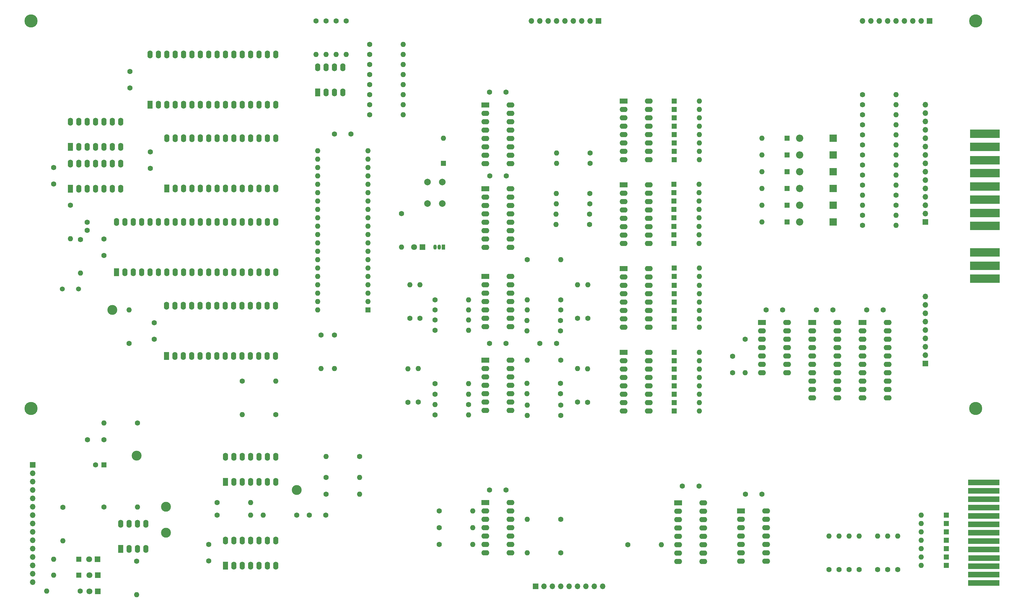
<source format=gts>
G04 #@! TF.GenerationSoftware,KiCad,Pcbnew,6.0.2-378541a8eb~116~ubuntu20.04.1*
G04 #@! TF.CreationDate,2022-03-04T10:43:17-05:00*
G04 #@! TF.ProjectId,gp-mpu,67702d6d-7075-42e6-9b69-6361645f7063,rev?*
G04 #@! TF.SameCoordinates,Original*
G04 #@! TF.FileFunction,Soldermask,Top*
G04 #@! TF.FilePolarity,Negative*
%FSLAX46Y46*%
G04 Gerber Fmt 4.6, Leading zero omitted, Abs format (unit mm)*
G04 Created by KiCad (PCBNEW 6.0.2-378541a8eb~116~ubuntu20.04.1) date 2022-03-04 10:43:17*
%MOMM*%
%LPD*%
G01*
G04 APERTURE LIST*
%ADD10R,1.600000X1.600000*%
%ADD11O,1.600000X1.600000*%
%ADD12C,1.600000*%
%ADD13R,1.600000X2.400000*%
%ADD14O,1.600000X2.400000*%
%ADD15R,1.700000X1.700000*%
%ADD16O,1.700000X1.700000*%
%ADD17C,3.000000*%
%ADD18R,2.200000X2.200000*%
%ADD19O,2.200000X2.200000*%
%ADD20R,1.800000X1.800000*%
%ADD21C,1.800000*%
%ADD22R,2.400000X1.600000*%
%ADD23O,2.400000X1.600000*%
%ADD24C,2.000000*%
%ADD25R,1.050000X1.500000*%
%ADD26O,1.050000X1.500000*%
%ADD27C,3.970020*%
%ADD28R,9.525000X1.780000*%
%ADD29R,9.000000X2.500000*%
%ADD30C,1.500000*%
G04 APERTURE END LIST*
D10*
X203200000Y-73710800D03*
D11*
X210820000Y-73710800D03*
D12*
X152345000Y-153665000D03*
X147345000Y-153665000D03*
D13*
X44445000Y-36835000D03*
D14*
X46985000Y-36835000D03*
X49525000Y-36835000D03*
X52065000Y-36835000D03*
X54605000Y-36835000D03*
X57145000Y-36835000D03*
X59685000Y-36835000D03*
X62225000Y-36835000D03*
X64765000Y-36835000D03*
X67305000Y-36835000D03*
X69845000Y-36835000D03*
X72385000Y-36835000D03*
X74925000Y-36835000D03*
X77465000Y-36835000D03*
X80005000Y-36835000D03*
X82545000Y-36835000D03*
X82545000Y-21595000D03*
X80005000Y-21595000D03*
X77465000Y-21595000D03*
X74925000Y-21595000D03*
X72385000Y-21595000D03*
X69845000Y-21595000D03*
X67305000Y-21595000D03*
X64765000Y-21595000D03*
X62225000Y-21595000D03*
X59685000Y-21595000D03*
X57145000Y-21595000D03*
X54605000Y-21595000D03*
X52065000Y-21595000D03*
X49525000Y-21595000D03*
X46985000Y-21595000D03*
X44445000Y-21595000D03*
D10*
X203327000Y-124587000D03*
D11*
X210947000Y-124587000D03*
D12*
X270510000Y-67310000D03*
D11*
X260350000Y-67310000D03*
D12*
X97745000Y-161290000D03*
X92745000Y-161290000D03*
D13*
X67300000Y-176545000D03*
D14*
X69840000Y-176545000D03*
X72380000Y-176545000D03*
X74920000Y-176545000D03*
X77460000Y-176545000D03*
X80000000Y-176545000D03*
X82540000Y-176545000D03*
X82540000Y-168925000D03*
X80000000Y-168925000D03*
X77460000Y-168925000D03*
X74920000Y-168925000D03*
X72380000Y-168925000D03*
X69840000Y-168925000D03*
X67300000Y-168925000D03*
D15*
X279400000Y-115316000D03*
D16*
X279400000Y-112776000D03*
X279400000Y-110236000D03*
X279400000Y-107696000D03*
X279400000Y-105156000D03*
X279400000Y-102616000D03*
X279400000Y-100076000D03*
X279400000Y-97536000D03*
X279400000Y-94996000D03*
D12*
X40635000Y-133350000D03*
D11*
X30475000Y-133350000D03*
D17*
X88895000Y-153670000D03*
D12*
X88895000Y-161290000D03*
D11*
X78735000Y-161290000D03*
D12*
X125715000Y-126995000D03*
D11*
X125715000Y-116835000D03*
D12*
X23368000Y-77724000D03*
D11*
X23368000Y-87884000D03*
D10*
X285750000Y-171450000D03*
D11*
X278130000Y-171450000D03*
D10*
X285750000Y-161290000D03*
D11*
X278130000Y-161290000D03*
D18*
X251460000Y-57150000D03*
D19*
X241300000Y-57150000D03*
D12*
X270510000Y-64262000D03*
D11*
X260350000Y-64262000D03*
D12*
X264922000Y-177800000D03*
D11*
X264922000Y-167640000D03*
D20*
X28656200Y-184353200D03*
D21*
X26116200Y-184353200D03*
D12*
X177698400Y-66852800D03*
D11*
X167538400Y-66852800D03*
D12*
X130860800Y-121412000D03*
D11*
X141020800Y-121412000D03*
D22*
X146035000Y-157475000D03*
D23*
X146035000Y-160015000D03*
X146035000Y-162555000D03*
X146035000Y-165095000D03*
X146035000Y-167635000D03*
X146035000Y-170175000D03*
X146035000Y-172715000D03*
X153655000Y-172715000D03*
X153655000Y-170175000D03*
X153655000Y-167635000D03*
X153655000Y-165095000D03*
X153655000Y-162555000D03*
X153655000Y-160015000D03*
X153655000Y-157475000D03*
D12*
X82545000Y-130810000D03*
D11*
X72385000Y-130810000D03*
D12*
X30475000Y-82550000D03*
X30475000Y-77550000D03*
D10*
X203327000Y-40767000D03*
D11*
X210947000Y-40767000D03*
D22*
X229855000Y-102865000D03*
D23*
X229855000Y-105405000D03*
X229855000Y-107945000D03*
X229855000Y-110485000D03*
X229855000Y-113025000D03*
X229855000Y-115565000D03*
X229855000Y-118105000D03*
X237475000Y-118105000D03*
X237475000Y-115565000D03*
X237475000Y-113025000D03*
X237475000Y-110485000D03*
X237475000Y-107945000D03*
X237475000Y-105405000D03*
X237475000Y-102865000D03*
D22*
X204455000Y-157495000D03*
D23*
X204455000Y-160035000D03*
X204455000Y-162575000D03*
X204455000Y-165115000D03*
X204455000Y-167655000D03*
X204455000Y-170195000D03*
X204455000Y-172735000D03*
X204455000Y-175275000D03*
X212075000Y-175275000D03*
X212075000Y-172735000D03*
X212075000Y-170195000D03*
X212075000Y-167655000D03*
X212075000Y-165115000D03*
X212075000Y-162575000D03*
X212075000Y-160035000D03*
X212075000Y-157495000D03*
D12*
X132080000Y-170180000D03*
D11*
X142240000Y-170180000D03*
D13*
X20310000Y-49545000D03*
D14*
X22850000Y-49545000D03*
X25390000Y-49545000D03*
X27930000Y-49545000D03*
X30470000Y-49545000D03*
X33010000Y-49545000D03*
X35550000Y-49545000D03*
X35550000Y-41925000D03*
X33010000Y-41925000D03*
X30470000Y-41925000D03*
X27930000Y-41925000D03*
X25390000Y-41925000D03*
X22850000Y-41925000D03*
X20310000Y-41925000D03*
D12*
X20315000Y-67310000D03*
D11*
X20315000Y-77470000D03*
D12*
X64765000Y-161290000D03*
D11*
X74925000Y-161290000D03*
D12*
X44577000Y-51094000D03*
X44577000Y-56094000D03*
X110998000Y-33782000D03*
D11*
X121158000Y-33782000D03*
D24*
X128560000Y-66750000D03*
X128560000Y-60250000D03*
X133060000Y-66750000D03*
X133060000Y-60250000D03*
D12*
X120650000Y-69850000D03*
D11*
X120650000Y-80010000D03*
D10*
X203327000Y-96647000D03*
D11*
X210947000Y-96647000D03*
D12*
X130860800Y-130860800D03*
D11*
X141020800Y-130860800D03*
D20*
X28605400Y-179425600D03*
D21*
X26065400Y-179425600D03*
D10*
X285750000Y-176530000D03*
D11*
X278130000Y-176530000D03*
D10*
X203200000Y-78841600D03*
D11*
X210820000Y-78841600D03*
D10*
X203200000Y-63500000D03*
D11*
X210820000Y-63500000D03*
D12*
X210805000Y-152415000D03*
X205805000Y-152415000D03*
D25*
X133350000Y-80010000D03*
D26*
X132080000Y-80010000D03*
X130810000Y-80010000D03*
D10*
X203200000Y-71120000D03*
D11*
X210820000Y-71120000D03*
D10*
X203327000Y-116967000D03*
D11*
X210947000Y-116967000D03*
D12*
X107950000Y-143510000D03*
D11*
X97790000Y-143510000D03*
D12*
X110998000Y-27686000D03*
D11*
X121158000Y-27686000D03*
D27*
X8382000Y-11430000D03*
D10*
X203327000Y-94107000D03*
D11*
X210947000Y-94107000D03*
D10*
X203200000Y-68580000D03*
D11*
X210820000Y-68580000D03*
D17*
X33015000Y-99060000D03*
D15*
X280660000Y-11430000D03*
D16*
X278120000Y-11430000D03*
X275580000Y-11430000D03*
X273040000Y-11430000D03*
X270500000Y-11430000D03*
X267960000Y-11430000D03*
X265420000Y-11430000D03*
X262880000Y-11430000D03*
X260340000Y-11430000D03*
D13*
X49535000Y-62210000D03*
D14*
X52075000Y-62210000D03*
X54615000Y-62210000D03*
X57155000Y-62210000D03*
X59695000Y-62210000D03*
X62235000Y-62210000D03*
X64775000Y-62210000D03*
X67315000Y-62210000D03*
X69855000Y-62210000D03*
X72395000Y-62210000D03*
X74935000Y-62210000D03*
X77475000Y-62210000D03*
X80015000Y-62210000D03*
X82555000Y-62210000D03*
X82555000Y-46970000D03*
X80015000Y-46970000D03*
X77475000Y-46970000D03*
X74935000Y-46970000D03*
X72395000Y-46970000D03*
X69855000Y-46970000D03*
X67315000Y-46970000D03*
X64775000Y-46970000D03*
X62235000Y-46970000D03*
X59695000Y-46970000D03*
X57155000Y-46970000D03*
X54615000Y-46970000D03*
X52075000Y-46970000D03*
X49535000Y-46970000D03*
D10*
X203200000Y-60960000D03*
D11*
X210820000Y-60960000D03*
D10*
X285750000Y-173990000D03*
D11*
X278130000Y-173990000D03*
D12*
X260350000Y-42926000D03*
D11*
X270510000Y-42926000D03*
D12*
X132080000Y-160020000D03*
D11*
X142240000Y-160020000D03*
D12*
X100838000Y-11430000D03*
D11*
X100838000Y-21590000D03*
D12*
X177698400Y-63703200D03*
D11*
X167538400Y-63703200D03*
D12*
X260350000Y-55118000D03*
D11*
X270510000Y-55118000D03*
D20*
X127000000Y-80010000D03*
D21*
X124460000Y-80010000D03*
D10*
X110490000Y-99055000D03*
D11*
X110490000Y-96515000D03*
X110490000Y-93975000D03*
X110490000Y-91435000D03*
X110490000Y-88895000D03*
X110490000Y-86355000D03*
X110490000Y-83815000D03*
X110490000Y-81275000D03*
X110490000Y-78735000D03*
X110490000Y-76195000D03*
X110490000Y-73655000D03*
X110490000Y-71115000D03*
X110490000Y-68575000D03*
X110490000Y-66035000D03*
X110490000Y-63495000D03*
X110490000Y-60955000D03*
X110490000Y-58415000D03*
X110490000Y-55875000D03*
X110490000Y-53335000D03*
X110490000Y-50795000D03*
X95250000Y-50795000D03*
X95250000Y-53335000D03*
X95250000Y-55875000D03*
X95250000Y-58415000D03*
X95250000Y-60955000D03*
X95250000Y-63495000D03*
X95250000Y-66035000D03*
X95250000Y-68575000D03*
X95250000Y-71115000D03*
X95250000Y-73655000D03*
X95250000Y-76195000D03*
X95250000Y-78735000D03*
X95250000Y-81275000D03*
X95250000Y-83815000D03*
X95250000Y-86355000D03*
X95250000Y-88895000D03*
X95250000Y-91435000D03*
X95250000Y-93975000D03*
X95250000Y-96515000D03*
X95250000Y-99055000D03*
D18*
X251460000Y-46990000D03*
D19*
X241300000Y-46990000D03*
D13*
X67300000Y-151145000D03*
D14*
X69840000Y-151145000D03*
X72380000Y-151145000D03*
X74920000Y-151145000D03*
X77460000Y-151145000D03*
X80000000Y-151145000D03*
X82540000Y-151145000D03*
X82540000Y-143525000D03*
X80000000Y-143525000D03*
X77460000Y-143525000D03*
X74920000Y-143525000D03*
X72380000Y-143525000D03*
X69840000Y-143525000D03*
X67300000Y-143525000D03*
D10*
X133350000Y-54610000D03*
D11*
X133350000Y-46990000D03*
D12*
X220980000Y-118070000D03*
X220980000Y-113070000D03*
X130860800Y-124561600D03*
D11*
X141020800Y-124561600D03*
D20*
X28554600Y-174650400D03*
D21*
X26014600Y-174650400D03*
D12*
X168910000Y-99060000D03*
D11*
X158750000Y-99060000D03*
D12*
X130860800Y-105206800D03*
D11*
X141020800Y-105206800D03*
D12*
X260350000Y-52070000D03*
D11*
X270510000Y-52070000D03*
D12*
X168960800Y-131064000D03*
D11*
X158800800Y-131064000D03*
D12*
X110998000Y-24638000D03*
D11*
X121158000Y-24638000D03*
D27*
X8382000Y-128905000D03*
D10*
X203327000Y-43307000D03*
D11*
X210947000Y-43307000D03*
D12*
X168808400Y-102209600D03*
D11*
X158648400Y-102209600D03*
D10*
X203327000Y-88900000D03*
D11*
X210947000Y-88900000D03*
D22*
X260335000Y-102875000D03*
D23*
X260335000Y-105415000D03*
X260335000Y-107955000D03*
X260335000Y-110495000D03*
X260335000Y-113035000D03*
X260335000Y-115575000D03*
X260335000Y-118115000D03*
X260335000Y-120655000D03*
X260335000Y-123195000D03*
X260335000Y-125735000D03*
X267955000Y-125735000D03*
X267955000Y-123195000D03*
X267955000Y-120655000D03*
X267955000Y-118115000D03*
X267955000Y-115575000D03*
X267955000Y-113035000D03*
X267955000Y-110495000D03*
X267955000Y-107955000D03*
X267955000Y-105415000D03*
X267955000Y-102875000D03*
D12*
X97790000Y-149860000D03*
D11*
X107950000Y-149860000D03*
D12*
X18084800Y-158851600D03*
D11*
X18084800Y-169011600D03*
D13*
X20310000Y-62245000D03*
D14*
X22850000Y-62245000D03*
X25390000Y-62245000D03*
X27930000Y-62245000D03*
X30470000Y-62245000D03*
X33010000Y-62245000D03*
X35550000Y-62245000D03*
X35550000Y-54625000D03*
X33010000Y-54625000D03*
X30470000Y-54625000D03*
X27930000Y-54625000D03*
X25390000Y-54625000D03*
X22850000Y-54625000D03*
X20310000Y-54625000D03*
D12*
X168910000Y-172720000D03*
D11*
X158750000Y-172720000D03*
D10*
X203327000Y-35687000D03*
D11*
X210947000Y-35687000D03*
D18*
X251460000Y-52070000D03*
D19*
X241300000Y-52070000D03*
D12*
X130810000Y-102108000D03*
D11*
X140970000Y-102108000D03*
D12*
X110998000Y-36830000D03*
D11*
X121158000Y-36830000D03*
D12*
X15235000Y-55880000D03*
X15235000Y-60880000D03*
X256286000Y-177800000D03*
D11*
X256286000Y-167640000D03*
D12*
X259334000Y-177800000D03*
D11*
X259334000Y-167640000D03*
D12*
X267970000Y-177800000D03*
D11*
X267970000Y-167640000D03*
D12*
X168910000Y-162560000D03*
D11*
X158750000Y-162560000D03*
D12*
X177800000Y-54610000D03*
D11*
X167640000Y-54610000D03*
D10*
X203327000Y-129667000D03*
D11*
X210947000Y-129667000D03*
D12*
X152360000Y-33020000D03*
X147360000Y-33020000D03*
X38354000Y-26710000D03*
X38354000Y-31710000D03*
X100325000Y-106680000D03*
D11*
X100325000Y-116840000D03*
D12*
X168859200Y-105359200D03*
D11*
X158699200Y-105359200D03*
D12*
X122580400Y-127050800D03*
D11*
X122580400Y-116890800D03*
D10*
X203327000Y-127127000D03*
D11*
X210947000Y-127127000D03*
D15*
X161285000Y-182880000D03*
D16*
X163825000Y-182880000D03*
X166365000Y-182880000D03*
X168905000Y-182880000D03*
X171445000Y-182880000D03*
X173985000Y-182880000D03*
X176525000Y-182880000D03*
X179065000Y-182880000D03*
X181605000Y-182880000D03*
D12*
X260350000Y-70358000D03*
D11*
X270510000Y-70358000D03*
D12*
X96275000Y-106680000D03*
D11*
X96275000Y-116840000D03*
D12*
X168910000Y-95961200D03*
D11*
X158750000Y-95961200D03*
D12*
X30475000Y-138430000D03*
X25475000Y-138430000D03*
D22*
X245095000Y-102875000D03*
D23*
X245095000Y-105415000D03*
X245095000Y-107955000D03*
X245095000Y-110495000D03*
X245095000Y-113035000D03*
X245095000Y-115575000D03*
X245095000Y-118115000D03*
X245095000Y-120655000D03*
X245095000Y-123195000D03*
X245095000Y-125735000D03*
X252715000Y-125735000D03*
X252715000Y-123195000D03*
X252715000Y-120655000D03*
X252715000Y-118115000D03*
X252715000Y-115575000D03*
X252715000Y-113035000D03*
X252715000Y-110495000D03*
X252715000Y-107955000D03*
X252715000Y-105415000D03*
X252715000Y-102875000D03*
D10*
X203200000Y-66040000D03*
D11*
X210820000Y-66040000D03*
D12*
X110998000Y-18542000D03*
D11*
X121158000Y-18542000D03*
D22*
X146035000Y-36845000D03*
D23*
X146035000Y-39385000D03*
X146035000Y-41925000D03*
X146035000Y-44465000D03*
X146035000Y-47005000D03*
X146035000Y-49545000D03*
X146035000Y-52085000D03*
X146035000Y-54625000D03*
X153655000Y-54625000D03*
X153655000Y-52085000D03*
X153655000Y-49545000D03*
X153655000Y-47005000D03*
X153655000Y-44465000D03*
X153655000Y-41925000D03*
X153655000Y-39385000D03*
X153655000Y-36845000D03*
D12*
X100370000Y-45720000D03*
X105370000Y-45720000D03*
D22*
X146035000Y-114295000D03*
D23*
X146035000Y-116835000D03*
X146035000Y-119375000D03*
X146035000Y-121915000D03*
X146035000Y-124455000D03*
X146035000Y-126995000D03*
X146035000Y-129535000D03*
X153655000Y-129535000D03*
X153655000Y-126995000D03*
X153655000Y-124455000D03*
X153655000Y-121915000D03*
X153655000Y-119375000D03*
X153655000Y-116835000D03*
X153655000Y-114295000D03*
D12*
X40386000Y-175260000D03*
D11*
X40386000Y-185420000D03*
D13*
X34290000Y-87635000D03*
D14*
X36830000Y-87635000D03*
X39370000Y-87635000D03*
X41910000Y-87635000D03*
X44450000Y-87635000D03*
X46990000Y-87635000D03*
X49530000Y-87635000D03*
X52070000Y-87635000D03*
X54610000Y-87635000D03*
X57150000Y-87635000D03*
X59690000Y-87635000D03*
X62230000Y-87635000D03*
X64770000Y-87635000D03*
X67310000Y-87635000D03*
X69850000Y-87635000D03*
X72390000Y-87635000D03*
X74930000Y-87635000D03*
X77470000Y-87635000D03*
X80010000Y-87635000D03*
X82550000Y-87635000D03*
X82550000Y-72395000D03*
X80010000Y-72395000D03*
X77470000Y-72395000D03*
X74930000Y-72395000D03*
X72390000Y-72395000D03*
X69850000Y-72395000D03*
X67310000Y-72395000D03*
X64770000Y-72395000D03*
X62230000Y-72395000D03*
X59690000Y-72395000D03*
X57150000Y-72395000D03*
X54610000Y-72395000D03*
X52070000Y-72395000D03*
X49530000Y-72395000D03*
X46990000Y-72395000D03*
X44450000Y-72395000D03*
X41910000Y-72395000D03*
X39370000Y-72395000D03*
X36830000Y-72395000D03*
X34290000Y-72395000D03*
D12*
X25395000Y-74930000D03*
X25395000Y-72430000D03*
D10*
X203327000Y-38227000D03*
D11*
X210947000Y-38227000D03*
D10*
X237490000Y-72390000D03*
D11*
X229870000Y-72390000D03*
D12*
X260350000Y-33782000D03*
D11*
X270510000Y-33782000D03*
D10*
X203327000Y-122047000D03*
D11*
X210947000Y-122047000D03*
D10*
X203327000Y-111887000D03*
D11*
X210947000Y-111887000D03*
D10*
X203327000Y-91567000D03*
D11*
X210947000Y-91567000D03*
D12*
X168960800Y-127863600D03*
D11*
X158800800Y-127863600D03*
D12*
X64765000Y-157480000D03*
D11*
X74925000Y-157480000D03*
D12*
X177647600Y-69951600D03*
D11*
X167487600Y-69951600D03*
D12*
X130810000Y-95961200D03*
D11*
X140970000Y-95961200D03*
D12*
X177800000Y-51460400D03*
D11*
X167640000Y-51460400D03*
D28*
X297130200Y-181827200D03*
X297130200Y-179287200D03*
X297130200Y-176747200D03*
X297168300Y-174258000D03*
X297130200Y-171667200D03*
X297130200Y-169127200D03*
X297130200Y-166587200D03*
X297130200Y-164047200D03*
X297130200Y-161507200D03*
X297130200Y-158967200D03*
X297130200Y-156427200D03*
X297130200Y-153887200D03*
X297142900Y-151321800D03*
D12*
X141020800Y-127711200D03*
D11*
X130860800Y-127711200D03*
D22*
X187960000Y-111887000D03*
D23*
X187960000Y-114427000D03*
X187960000Y-116967000D03*
X187960000Y-119507000D03*
X187960000Y-122047000D03*
X187960000Y-124587000D03*
X187960000Y-127127000D03*
X187960000Y-129667000D03*
X195580000Y-129667000D03*
X195580000Y-127127000D03*
X195580000Y-124587000D03*
X195580000Y-122047000D03*
X195580000Y-119507000D03*
X195580000Y-116967000D03*
X195580000Y-114427000D03*
X195580000Y-111887000D03*
D12*
X250190000Y-177800000D03*
D11*
X250190000Y-167640000D03*
D12*
X260350000Y-49022000D03*
D11*
X270510000Y-49022000D03*
D10*
X203327000Y-50927000D03*
D11*
X210947000Y-50927000D03*
D12*
X168859200Y-124460000D03*
D11*
X158699200Y-124460000D03*
D10*
X22860000Y-179425600D03*
D11*
X15240000Y-179425600D03*
D22*
X146035000Y-88895000D03*
D23*
X146035000Y-91435000D03*
X146035000Y-93975000D03*
X146035000Y-96515000D03*
X146035000Y-99055000D03*
X146035000Y-101595000D03*
X146035000Y-104135000D03*
X153655000Y-104135000D03*
X153655000Y-101595000D03*
X153655000Y-99055000D03*
X153655000Y-96515000D03*
X153655000Y-93975000D03*
X153655000Y-91435000D03*
X153655000Y-88895000D03*
D12*
X110998000Y-39878000D03*
D11*
X121158000Y-39878000D03*
D12*
X173975000Y-126995000D03*
D11*
X173975000Y-116835000D03*
D12*
X110998000Y-21590000D03*
D11*
X121158000Y-21590000D03*
D10*
X22860000Y-174599600D03*
D11*
X15240000Y-174599600D03*
D12*
X251405000Y-99060000D03*
X246405000Y-99060000D03*
D10*
X203327000Y-48387000D03*
D11*
X210947000Y-48387000D03*
D10*
X203327000Y-53467000D03*
D11*
X210947000Y-53467000D03*
D12*
X177088800Y-127050800D03*
D11*
X177088800Y-116890800D03*
D10*
X237490000Y-57150000D03*
D11*
X229870000Y-57150000D03*
D29*
X297475000Y-89564000D03*
X297475000Y-85614000D03*
X297475000Y-81564000D03*
X297475000Y-73564000D03*
X297475000Y-69614000D03*
X297475000Y-65564000D03*
X297475000Y-61614000D03*
X297475000Y-57564000D03*
X297475000Y-53614000D03*
X297475000Y-49564000D03*
X297475000Y-45614000D03*
D10*
X203200000Y-76250800D03*
D11*
X210820000Y-76250800D03*
D12*
X132080000Y-165100000D03*
D11*
X142240000Y-165100000D03*
D30*
X17865000Y-92680000D03*
X22765000Y-92680000D03*
D18*
X251460000Y-72390000D03*
D19*
X241300000Y-72390000D03*
D12*
X173975000Y-101600000D03*
D11*
X173975000Y-91440000D03*
D12*
X30485000Y-158765000D03*
D11*
X40645000Y-158765000D03*
D12*
X260350000Y-39878000D03*
D11*
X270510000Y-39878000D03*
D10*
X203327000Y-119507000D03*
D11*
X210947000Y-119507000D03*
D12*
X126238000Y-101600000D03*
D11*
X126238000Y-91440000D03*
D10*
X237490000Y-52070000D03*
D11*
X229870000Y-52070000D03*
D12*
X158735000Y-83820000D03*
D11*
X168895000Y-83820000D03*
D12*
X260350000Y-36830000D03*
D11*
X270510000Y-36830000D03*
D10*
X285750000Y-168910000D03*
D11*
X278130000Y-168910000D03*
D10*
X237490000Y-67310000D03*
D11*
X229870000Y-67310000D03*
D12*
X123175000Y-101600000D03*
D11*
X123175000Y-91440000D03*
D22*
X187960000Y-61087000D03*
D23*
X187960000Y-63627000D03*
X187960000Y-66167000D03*
X187960000Y-68707000D03*
X187960000Y-71247000D03*
X187960000Y-73787000D03*
X187960000Y-76327000D03*
X187960000Y-78867000D03*
X195580000Y-78867000D03*
X195580000Y-76327000D03*
X195580000Y-73787000D03*
X195580000Y-71247000D03*
X195580000Y-68707000D03*
X195580000Y-66167000D03*
X195580000Y-63627000D03*
X195580000Y-61087000D03*
D12*
X97795000Y-11430000D03*
D11*
X97795000Y-21590000D03*
D13*
X35565000Y-171465000D03*
D14*
X38105000Y-171465000D03*
X40645000Y-171465000D03*
X43185000Y-171465000D03*
X43185000Y-163845000D03*
X40645000Y-163845000D03*
X38105000Y-163845000D03*
X35565000Y-163845000D03*
D22*
X187960000Y-86487000D03*
D23*
X187960000Y-89027000D03*
X187960000Y-91567000D03*
X187960000Y-94107000D03*
X187960000Y-96647000D03*
X187960000Y-99187000D03*
X187960000Y-101727000D03*
X187960000Y-104267000D03*
X195580000Y-104267000D03*
X195580000Y-101727000D03*
X195580000Y-99187000D03*
X195580000Y-96647000D03*
X195580000Y-94107000D03*
X195580000Y-91567000D03*
X195580000Y-89027000D03*
X195580000Y-86487000D03*
D12*
X260350000Y-73406000D03*
D11*
X270510000Y-73406000D03*
D12*
X94742000Y-11430000D03*
D11*
X94742000Y-21590000D03*
D12*
X38095000Y-109220000D03*
D11*
X38095000Y-99060000D03*
D17*
X49276000Y-158750000D03*
D13*
X95255000Y-33035000D03*
D14*
X97795000Y-33035000D03*
X100335000Y-33035000D03*
X102875000Y-33035000D03*
X102875000Y-25415000D03*
X100335000Y-25415000D03*
X97795000Y-25415000D03*
X95255000Y-25415000D03*
D12*
X62225000Y-170180000D03*
X62225000Y-175180000D03*
D10*
X203327000Y-104267000D03*
D11*
X210947000Y-104267000D03*
D15*
X8885000Y-146055000D03*
D16*
X8885000Y-148595000D03*
X8885000Y-151135000D03*
X8885000Y-153675000D03*
X8885000Y-156215000D03*
X8885000Y-158755000D03*
X8885000Y-161295000D03*
X8885000Y-163835000D03*
X8885000Y-166375000D03*
X8885000Y-168915000D03*
X8885000Y-171455000D03*
X8885000Y-173995000D03*
X8885000Y-176535000D03*
X8885000Y-179075000D03*
X8885000Y-181615000D03*
D10*
X203327000Y-114427000D03*
D11*
X210947000Y-114427000D03*
D12*
X177647600Y-73101200D03*
D11*
X167487600Y-73101200D03*
D12*
X103886000Y-11430000D03*
D11*
X103886000Y-21590000D03*
D12*
X167625000Y-109215000D03*
X162625000Y-109215000D03*
D22*
X187960000Y-35687000D03*
D23*
X187960000Y-38227000D03*
X187960000Y-40767000D03*
X187960000Y-43307000D03*
X187960000Y-45847000D03*
X187960000Y-48387000D03*
X187960000Y-50927000D03*
X187960000Y-53467000D03*
X195580000Y-53467000D03*
X195580000Y-50927000D03*
X195580000Y-48387000D03*
X195580000Y-45847000D03*
X195580000Y-43307000D03*
X195580000Y-40767000D03*
X195580000Y-38227000D03*
X195580000Y-35687000D03*
D10*
X30475000Y-146050000D03*
D12*
X27975000Y-146050000D03*
X177139600Y-101600000D03*
D11*
X177139600Y-91440000D03*
D12*
X72385000Y-120650000D03*
D11*
X82545000Y-120650000D03*
D22*
X146035000Y-62245000D03*
D23*
X146035000Y-64785000D03*
X146035000Y-67325000D03*
X146035000Y-69865000D03*
X146035000Y-72405000D03*
X146035000Y-74945000D03*
X146035000Y-77485000D03*
X146035000Y-80025000D03*
X153655000Y-80025000D03*
X153655000Y-77485000D03*
X153655000Y-74945000D03*
X153655000Y-72405000D03*
X153655000Y-69865000D03*
X153655000Y-67325000D03*
X153655000Y-64785000D03*
X153655000Y-62245000D03*
D12*
X260350000Y-45974000D03*
D11*
X270510000Y-45974000D03*
D10*
X237490000Y-46990000D03*
D11*
X229870000Y-46990000D03*
D12*
X97790000Y-154940000D03*
D11*
X107950000Y-154940000D03*
D15*
X279400000Y-72385000D03*
D16*
X279400000Y-69845000D03*
X279400000Y-67305000D03*
X279400000Y-64765000D03*
X279400000Y-62225000D03*
X279400000Y-59685000D03*
X279400000Y-57145000D03*
X279400000Y-54605000D03*
X279400000Y-52065000D03*
X279400000Y-49525000D03*
X279400000Y-46985000D03*
X279400000Y-44445000D03*
X279400000Y-41905000D03*
X279400000Y-39365000D03*
X279400000Y-36825000D03*
D12*
X168895000Y-114295000D03*
D11*
X158735000Y-114295000D03*
D27*
X294640000Y-11430000D03*
D13*
X49510000Y-113035000D03*
D14*
X52050000Y-113035000D03*
X54590000Y-113035000D03*
X57130000Y-113035000D03*
X59670000Y-113035000D03*
X62210000Y-113035000D03*
X64750000Y-113035000D03*
X67290000Y-113035000D03*
X69830000Y-113035000D03*
X72370000Y-113035000D03*
X74910000Y-113035000D03*
X77450000Y-113035000D03*
X79990000Y-113035000D03*
X82530000Y-113035000D03*
X82530000Y-97795000D03*
X79990000Y-97795000D03*
X77450000Y-97795000D03*
X74910000Y-97795000D03*
X72370000Y-97795000D03*
X69830000Y-97795000D03*
X67290000Y-97795000D03*
X64750000Y-97795000D03*
X62210000Y-97795000D03*
X59670000Y-97795000D03*
X57130000Y-97795000D03*
X54590000Y-97795000D03*
X52050000Y-97795000D03*
X49510000Y-97795000D03*
D12*
X266645000Y-99065000D03*
X261645000Y-99065000D03*
X23266400Y-184302400D03*
D11*
X13106400Y-184302400D03*
D12*
X110998000Y-30734000D03*
D11*
X121158000Y-30734000D03*
D17*
X40386000Y-143256000D03*
D10*
X285750000Y-166370000D03*
D11*
X278130000Y-166370000D03*
D18*
X251460000Y-67310000D03*
D19*
X241300000Y-67310000D03*
D12*
X229870000Y-154940000D03*
X224870000Y-154940000D03*
X147345000Y-109220000D03*
X152345000Y-109220000D03*
D10*
X203327000Y-99187000D03*
D11*
X210947000Y-99187000D03*
D10*
X203327000Y-101727000D03*
D11*
X210947000Y-101727000D03*
D18*
X251460000Y-62230000D03*
D19*
X241300000Y-62230000D03*
D12*
X271018000Y-177800000D03*
D11*
X271018000Y-167640000D03*
D12*
X168859200Y-121259600D03*
D11*
X158699200Y-121259600D03*
D12*
X253238000Y-177800000D03*
D11*
X253238000Y-167640000D03*
D10*
X203327000Y-45847000D03*
D11*
X210947000Y-45847000D03*
D12*
X130795000Y-99060000D03*
D11*
X140955000Y-99060000D03*
D27*
X294640000Y-128905000D03*
D10*
X237490000Y-62230000D03*
D11*
X229870000Y-62230000D03*
D12*
X224790000Y-107950000D03*
D11*
X224790000Y-118110000D03*
D10*
X285750000Y-163830000D03*
D11*
X278130000Y-163830000D03*
D12*
X236165000Y-99055000D03*
X231165000Y-99055000D03*
D22*
X223520000Y-160020000D03*
D23*
X223520000Y-162560000D03*
X223520000Y-165100000D03*
X223520000Y-167640000D03*
X223520000Y-170180000D03*
X223520000Y-172720000D03*
X223520000Y-175260000D03*
X231140000Y-175260000D03*
X231140000Y-172720000D03*
X231140000Y-170180000D03*
X231140000Y-167640000D03*
X231140000Y-165100000D03*
X231140000Y-162560000D03*
X231140000Y-160020000D03*
D12*
X152400000Y-58420000D03*
X147400000Y-58420000D03*
D15*
X180325000Y-11430000D03*
D16*
X177785000Y-11430000D03*
X175245000Y-11430000D03*
X172705000Y-11430000D03*
X170165000Y-11430000D03*
X167625000Y-11430000D03*
X165085000Y-11430000D03*
X162545000Y-11430000D03*
X160005000Y-11430000D03*
D12*
X260350000Y-61214000D03*
D11*
X270510000Y-61214000D03*
D12*
X260350000Y-58166000D03*
D11*
X270510000Y-58166000D03*
D10*
X203327000Y-86309200D03*
D11*
X210947000Y-86309200D03*
D17*
X49276000Y-166624000D03*
D12*
X189230000Y-170195000D03*
D11*
X199390000Y-170195000D03*
D12*
X45715000Y-102910000D03*
X45715000Y-107910000D03*
M02*

</source>
